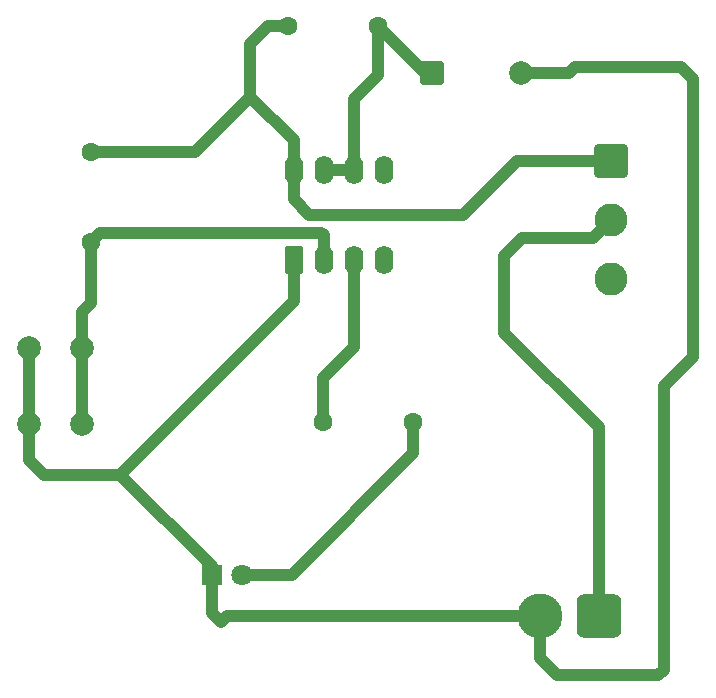
<source format=gbr>
%TF.GenerationSoftware,KiCad,Pcbnew,9.0.5*%
%TF.CreationDate,2025-10-25T15:08:27+02:00*%
%TF.ProjectId,Timmer-555-monostable,54696d6d-6572-42d3-9535-352d6d6f6e6f,rev?*%
%TF.SameCoordinates,Original*%
%TF.FileFunction,Copper,L2,Bot*%
%TF.FilePolarity,Positive*%
%FSLAX46Y46*%
G04 Gerber Fmt 4.6, Leading zero omitted, Abs format (unit mm)*
G04 Created by KiCad (PCBNEW 9.0.5) date 2025-10-25 15:08:27*
%MOMM*%
%LPD*%
G01*
G04 APERTURE LIST*
G04 Aperture macros list*
%AMRoundRect*
0 Rectangle with rounded corners*
0 $1 Rounding radius*
0 $2 $3 $4 $5 $6 $7 $8 $9 X,Y pos of 4 corners*
0 Add a 4 corners polygon primitive as box body*
4,1,4,$2,$3,$4,$5,$6,$7,$8,$9,$2,$3,0*
0 Add four circle primitives for the rounded corners*
1,1,$1+$1,$2,$3*
1,1,$1+$1,$4,$5*
1,1,$1+$1,$6,$7*
1,1,$1+$1,$8,$9*
0 Add four rect primitives between the rounded corners*
20,1,$1+$1,$2,$3,$4,$5,0*
20,1,$1+$1,$4,$5,$6,$7,0*
20,1,$1+$1,$6,$7,$8,$9,0*
20,1,$1+$1,$8,$9,$2,$3,0*%
G04 Aperture macros list end*
%TA.AperFunction,ComponentPad*%
%ADD10C,2.000000*%
%TD*%
%TA.AperFunction,ComponentPad*%
%ADD11RoundRect,0.250001X-1.149999X1.149999X-1.149999X-1.149999X1.149999X-1.149999X1.149999X1.149999X0*%
%TD*%
%TA.AperFunction,ComponentPad*%
%ADD12C,2.800000*%
%TD*%
%TA.AperFunction,ComponentPad*%
%ADD13RoundRect,0.250000X-0.750000X-0.750000X0.750000X-0.750000X0.750000X0.750000X-0.750000X0.750000X0*%
%TD*%
%TA.AperFunction,ComponentPad*%
%ADD14C,1.600000*%
%TD*%
%TA.AperFunction,ComponentPad*%
%ADD15RoundRect,0.760000X1.140000X1.140000X-1.140000X1.140000X-1.140000X-1.140000X1.140000X-1.140000X0*%
%TD*%
%TA.AperFunction,ComponentPad*%
%ADD16C,3.800000*%
%TD*%
%TA.AperFunction,ComponentPad*%
%ADD17R,1.800000X1.800000*%
%TD*%
%TA.AperFunction,ComponentPad*%
%ADD18C,1.800000*%
%TD*%
%TA.AperFunction,ComponentPad*%
%ADD19RoundRect,0.250000X0.550000X-0.950000X0.550000X0.950000X-0.550000X0.950000X-0.550000X-0.950000X0*%
%TD*%
%TA.AperFunction,ComponentPad*%
%ADD20O,1.600000X2.400000*%
%TD*%
%TA.AperFunction,Conductor*%
%ADD21C,1.000000*%
%TD*%
G04 APERTURE END LIST*
D10*
%TO.P,S1,1,1*%
%TO.N,GND*%
X97250000Y-60750000D03*
X97250000Y-54250000D03*
%TO.P,S1,2,2*%
%TO.N,TRG*%
X101750000Y-60750000D03*
X101750000Y-54250000D03*
%TD*%
D11*
%TO.P,SW0,1,C*%
%TO.N,Net-(SW0-C)*%
X146500000Y-38420000D03*
D12*
%TO.P,SW0,2,B*%
%TO.N,Net-(SW0-B)*%
X146500000Y-43420000D03*
%TO.P,SW0,3,A*%
%TO.N,unconnected-(SW0-A-Pad3)*%
X146500000Y-48420000D03*
%TD*%
D13*
%TO.P,C1,1*%
%TO.N,THR*%
X131382323Y-31000000D03*
D10*
%TO.P,C1,2*%
%TO.N,GND*%
X138882323Y-31000000D03*
%TD*%
D14*
%TO.P,Rp1,1*%
%TO.N,Net-(SW0-C)*%
X102500000Y-37690000D03*
%TO.P,Rp1,2*%
%TO.N,TRG*%
X102500000Y-45310000D03*
%TD*%
%TO.P,RL1,1*%
%TO.N,Net-(U1-Q)*%
X122190000Y-60500000D03*
%TO.P,RL1,2*%
%TO.N,Net-(D1-A)*%
X129810000Y-60500000D03*
%TD*%
%TO.P,RA1,1*%
%TO.N,Net-(SW0-C)*%
X119190000Y-27000000D03*
%TO.P,RA1,2*%
%TO.N,THR*%
X126810000Y-27000000D03*
%TD*%
D15*
%TO.P,SOURCE_VCC1,1*%
%TO.N,Net-(SW0-B)*%
X145500000Y-77000000D03*
D16*
%TO.P,SOURCE_VCC1,2*%
%TO.N,GND*%
X140500000Y-77000000D03*
%TD*%
D17*
%TO.P,D1,1,K*%
%TO.N,GND*%
X112725000Y-73500000D03*
D18*
%TO.P,D1,2,A*%
%TO.N,Net-(D1-A)*%
X115265000Y-73500000D03*
%TD*%
D19*
%TO.P,U1,1,GND*%
%TO.N,GND*%
X119690000Y-46810000D03*
D20*
%TO.P,U1,2,TR*%
%TO.N,TRG*%
X122230000Y-46810000D03*
%TO.P,U1,3,Q*%
%TO.N,Net-(U1-Q)*%
X124770000Y-46810000D03*
%TO.P,U1,4,R*%
%TO.N,unconnected-(U1-R-Pad4)*%
X127310000Y-46810000D03*
%TO.P,U1,5,CV*%
%TO.N,unconnected-(U1-CV-Pad5)*%
X127310000Y-39190000D03*
%TO.P,U1,6,THR*%
%TO.N,THR*%
X124770000Y-39190000D03*
%TO.P,U1,7,DIS*%
X122230000Y-39190000D03*
%TO.P,U1,8,VCC*%
%TO.N,Net-(SW0-C)*%
X119690000Y-39190000D03*
%TD*%
D21*
%TO.N,GND*%
X97250000Y-63750000D02*
X97250000Y-60750000D01*
X98500000Y-65000000D02*
X97250000Y-63750000D01*
X105000000Y-65000000D02*
X98500000Y-65000000D01*
X97250000Y-54250000D02*
X97250000Y-60750000D01*
%TO.N,TRG*%
X101750000Y-60750000D02*
X101750000Y-54250000D01*
X101750000Y-51250000D02*
X101750000Y-54250000D01*
X102500000Y-50500000D02*
X101750000Y-51250000D01*
%TO.N,GND*%
X97500000Y-61000000D02*
X97250000Y-60750000D01*
%TO.N,TRG*%
X102500000Y-45310000D02*
X102500000Y-50500000D01*
%TO.N,GND*%
X143500000Y-30500000D02*
X143000000Y-31000000D01*
X143000000Y-31000000D02*
X138882323Y-31000000D01*
X152500000Y-30500000D02*
X143500000Y-30500000D01*
X153500000Y-31500000D02*
X152500000Y-30500000D01*
X153500000Y-55000000D02*
X153500000Y-31500000D01*
X151000000Y-57500000D02*
X153500000Y-55000000D01*
X151000000Y-81500000D02*
X151000000Y-57500000D01*
X150500000Y-82000000D02*
X151000000Y-81500000D01*
X140500000Y-80500000D02*
X142000000Y-82000000D01*
X142000000Y-82000000D02*
X150500000Y-82000000D01*
X140500000Y-77000000D02*
X140500000Y-80500000D01*
%TO.N,THR*%
X130810000Y-31000000D02*
X126810000Y-27000000D01*
X131382323Y-31000000D02*
X130810000Y-31000000D01*
%TO.N,Net-(D1-A)*%
X115265000Y-73500000D02*
X119500000Y-73500000D01*
X129810000Y-63190000D02*
X129810000Y-60500000D01*
X119500000Y-73500000D02*
X129810000Y-63190000D01*
%TO.N,GND*%
X119690000Y-50310000D02*
X105000000Y-65000000D01*
X112725000Y-76725000D02*
X113500000Y-77500000D01*
X112725000Y-73500000D02*
X112725000Y-72725000D01*
X112725000Y-73500000D02*
X112725000Y-76725000D01*
X114000000Y-77000000D02*
X140500000Y-77000000D01*
X119690000Y-46810000D02*
X119690000Y-50310000D01*
X113500000Y-77500000D02*
X114000000Y-77000000D01*
X112725000Y-72725000D02*
X105000000Y-65000000D01*
%TO.N,Net-(SW0-C)*%
X119690000Y-36690000D02*
X116000000Y-33000000D01*
X111310000Y-37690000D02*
X116000000Y-33000000D01*
X119690000Y-41690000D02*
X121000000Y-43000000D01*
X117500000Y-27000000D02*
X119190000Y-27000000D01*
X134000000Y-43000000D02*
X138580000Y-38420000D01*
X138580000Y-38420000D02*
X146500000Y-38420000D01*
X119690000Y-39190000D02*
X119690000Y-36690000D01*
X119690000Y-39190000D02*
X119690000Y-41690000D01*
X102500000Y-37690000D02*
X111310000Y-37690000D01*
X121000000Y-43000000D02*
X134000000Y-43000000D01*
X116000000Y-33000000D02*
X116000000Y-28500000D01*
X116000000Y-28500000D02*
X117500000Y-27000000D01*
%TO.N,THR*%
X122230000Y-39190000D02*
X124770000Y-39190000D01*
X126810000Y-27000000D02*
X126810000Y-31190000D01*
X126810000Y-31190000D02*
X124770000Y-33230000D01*
X124770000Y-33230000D02*
X124770000Y-39190000D01*
%TO.N,Net-(U1-Q)*%
X124770000Y-46810000D02*
X124770000Y-54230000D01*
X122190000Y-56810000D02*
X122190000Y-60500000D01*
X124770000Y-54230000D02*
X122190000Y-56810000D01*
%TO.N,TRG*%
X122230000Y-44730000D02*
X122000000Y-44500000D01*
X122230000Y-46810000D02*
X122230000Y-44730000D01*
X122000000Y-44500000D02*
X103310000Y-44500000D01*
X103310000Y-44500000D02*
X102500000Y-45310000D01*
%TO.N,Net-(SW0-B)*%
X145500000Y-61000000D02*
X137500000Y-53000000D01*
X139000000Y-45000000D02*
X145000000Y-45000000D01*
X145000000Y-45000000D02*
X146500000Y-43500000D01*
X137500000Y-53000000D02*
X137500000Y-46500000D01*
X137500000Y-46500000D02*
X139000000Y-45000000D01*
X145500000Y-77000000D02*
X145500000Y-61000000D01*
%TD*%
M02*

</source>
